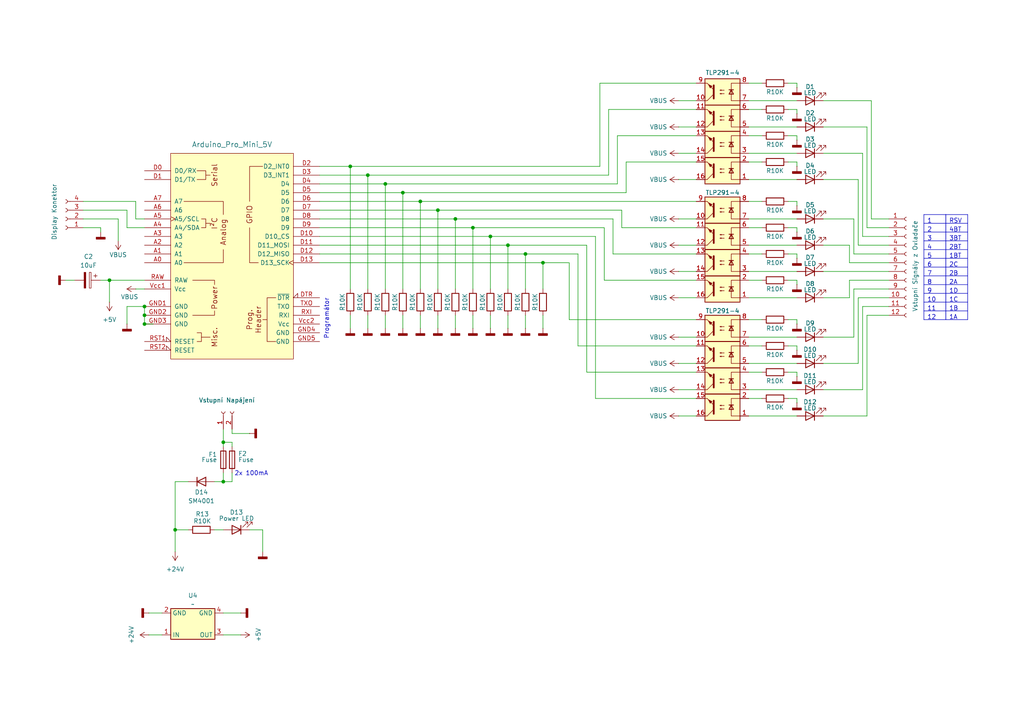
<source format=kicad_sch>
(kicad_sch (version 20250114) (generator "eeschema") (generator_version "9.0")
  (paper "A4")
  (text "Programátor\n" (at 94.742 92.456 90) (effects (font (size 1.27 1.27))))
  (text "2x 100mA" (at 72.898 137.414 0) (effects (font (size 1.27 1.27))))
  (junction (at 147.32 71.12))
  (junction (at 64.77 128.27))
  (junction (at 64.77 139.7))
  (junction (at 116.84 55.88))
  (junction (at 132.08 63.5))
  (junction (at 152.4 73.66))
  (junction (at 127 60.96))
  (junction (at 41.91 91.44))
  (junction (at 41.91 88.9))
  (junction (at 50.8 153.67))
  (junction (at 111.76 53.34))
  (junction (at 41.91 93.98))
  (junction (at 137.16 66.04))
  (junction (at 142.24 68.58))
  (junction (at 31.75 81.28))
  (junction (at 157.48 76.2))
  (junction (at 121.92 58.42))
  (junction (at 101.6 48.26))
  (junction (at 106.68 50.8))
  (wire (pts (xy 157.48 76.2) (xy 157.48 83.82)))
  (wire (pts (xy 142.24 68.58) (xy 142.24 83.82)))
  (wire (pts (xy 238.76 97.79) (xy 247.65 97.79)))
  (wire (pts (xy 231.14 46.99) (xy 231.14 48.26)))
  (wire (pts (xy 64.77 139.7) (xy 67.31 139.7)))
  (wire (pts (xy 196.85 97.79) (xy 201.93 97.79)))
  (wire (pts (xy 106.68 91.44) (xy 106.68 95.25)))
  (wire (pts (xy 41.91 91.44) (xy 41.91 93.98)))
  (wire (pts (xy 248.92 86.36) (xy 257.81 86.36)))
  (wire (pts (xy 137.16 66.04) (xy 175.26 66.04)))
  (wire (pts (xy 36.83 66.04) (xy 36.83 60.96)))
  (wire (pts (xy 121.92 58.42) (xy 201.93 58.42)))
  (wire (pts (xy 228.6 66.04) (xy 231.14 66.04)))
  (wire (pts (xy 101.6 48.26) (xy 101.6 83.82)))
  (wire (pts (xy 248.92 71.12) (xy 257.81 71.12)))
  (wire (pts (xy 92.71 53.34) (xy 111.76 53.34)))
  (wire (pts (xy 231.14 73.66) (xy 231.14 74.93)))
  (wire (pts (xy 147.32 91.44) (xy 147.32 95.25)))
  (wire (pts (xy 170.18 71.12) (xy 170.18 107.95)))
  (wire (pts (xy 173.99 24.13) (xy 201.93 24.13)))
  (wire (pts (xy 43.18 184.15) (xy 46.99 184.15)))
  (wire (pts (xy 251.46 120.65) (xy 251.46 91.44)))
  (wire (pts (xy 217.17 24.13) (xy 220.98 24.13)))
  (wire (pts (xy 92.71 58.42) (xy 121.92 58.42)))
  (wire (pts (xy 228.6 46.99) (xy 231.14 46.99)))
  (wire (pts (xy 132.08 63.5) (xy 132.08 83.82)))
  (wire (pts (xy 170.18 107.95) (xy 201.93 107.95)))
  (wire (pts (xy 181.61 55.88) (xy 181.61 46.99)))
  (wire (pts (xy 64.77 184.15) (xy 69.85 184.15)))
  (wire (pts (xy 196.85 78.74) (xy 201.93 78.74)))
  (wire (pts (xy 24.13 63.5) (xy 34.29 63.5)))
  (wire (pts (xy 24.13 66.04) (xy 29.21 66.04)))
  (wire (pts (xy 176.53 50.8) (xy 176.53 31.75)))
  (wire (pts (xy 217.17 97.79) (xy 231.14 97.79)))
  (wire (pts (xy 251.46 36.83) (xy 251.46 66.04)))
  (wire (pts (xy 180.34 60.96) (xy 180.34 66.04)))
  (wire (pts (xy 247.65 97.79) (xy 247.65 83.82)))
  (wire (pts (xy 196.85 120.65) (xy 201.93 120.65)))
  (wire (pts (xy 217.17 36.83) (xy 231.14 36.83)))
  (wire (pts (xy 127 60.96) (xy 180.34 60.96)))
  (wire (pts (xy 250.19 113.03) (xy 250.19 88.9)))
  (wire (pts (xy 228.6 115.57) (xy 231.14 115.57)))
  (wire (pts (xy 111.76 91.44) (xy 111.76 95.25)))
  (wire (pts (xy 64.77 128.27) (xy 67.31 128.27)))
  (wire (pts (xy 231.14 66.04) (xy 231.14 67.31)))
  (wire (pts (xy 217.17 105.41) (xy 231.14 105.41)))
  (wire (pts (xy 231.14 31.75) (xy 231.14 33.02)))
  (wire (pts (xy 217.17 73.66) (xy 220.98 73.66)))
  (wire (pts (xy 41.91 63.5) (xy 39.37 63.5)))
  (wire (pts (xy 217.17 29.21) (xy 231.14 29.21)))
  (wire (pts (xy 217.17 120.65) (xy 231.14 120.65)))
  (wire (pts (xy 50.8 153.67) (xy 54.61 153.67)))
  (wire (pts (xy 116.84 55.88) (xy 181.61 55.88)))
  (wire (pts (xy 62.23 139.7) (xy 64.77 139.7)))
  (wire (pts (xy 106.68 50.8) (xy 176.53 50.8)))
  (wire (pts (xy 157.48 91.44) (xy 157.48 95.25)))
  (wire (pts (xy 127 60.96) (xy 127 83.82)))
  (wire (pts (xy 111.76 53.34) (xy 179.07 53.34)))
  (wire (pts (xy 31.75 81.28) (xy 41.91 81.28)))
  (wire (pts (xy 39.37 63.5) (xy 39.37 58.42)))
  (wire (pts (xy 101.6 91.44) (xy 101.6 95.25)))
  (wire (pts (xy 67.31 128.27) (xy 67.31 129.54)))
  (wire (pts (xy 180.34 66.04) (xy 201.93 66.04)))
  (wire (pts (xy 147.32 83.82) (xy 147.32 71.12)))
  (wire (pts (xy 19.05 81.28) (xy 21.59 81.28)))
  (wire (pts (xy 127 91.44) (xy 127 95.25)))
  (wire (pts (xy 228.6 92.71) (xy 231.14 92.71)))
  (wire (pts (xy 43.18 177.8) (xy 46.99 177.8)))
  (wire (pts (xy 196.85 29.21) (xy 201.93 29.21)))
  (wire (pts (xy 181.61 46.99) (xy 201.93 46.99)))
  (wire (pts (xy 217.17 78.74) (xy 231.14 78.74)))
  (wire (pts (xy 92.71 68.58) (xy 142.24 68.58)))
  (wire (pts (xy 247.65 83.82) (xy 257.81 83.82)))
  (wire (pts (xy 92.71 50.8) (xy 106.68 50.8)))
  (wire (pts (xy 54.61 139.7) (xy 50.8 139.7)))
  (wire (pts (xy 238.76 113.03) (xy 250.19 113.03)))
  (wire (pts (xy 231.14 107.95) (xy 231.14 109.22)))
  (wire (pts (xy 238.76 36.83) (xy 251.46 36.83)))
  (wire (pts (xy 252.73 63.5) (xy 257.81 63.5)))
  (wire (pts (xy 228.6 81.28) (xy 231.14 81.28)))
  (wire (pts (xy 246.38 71.12) (xy 246.38 76.2)))
  (wire (pts (xy 196.85 36.83) (xy 201.93 36.83)))
  (wire (pts (xy 238.76 78.74) (xy 257.81 78.74)))
  (wire (pts (xy 217.17 86.36) (xy 231.14 86.36)))
  (wire (pts (xy 196.85 71.12) (xy 201.93 71.12)))
  (wire (pts (xy 36.83 88.9) (xy 41.91 88.9)))
  (wire (pts (xy 92.71 76.2) (xy 157.48 76.2)))
  (wire (pts (xy 228.6 107.95) (xy 231.14 107.95)))
  (wire (pts (xy 172.72 115.57) (xy 201.93 115.57)))
  (wire (pts (xy 36.83 60.96) (xy 24.13 60.96)))
  (wire (pts (xy 196.85 52.07) (xy 201.93 52.07)))
  (wire (pts (xy 172.72 68.58) (xy 172.72 115.57)))
  (wire (pts (xy 252.73 29.21) (xy 252.73 63.5)))
  (wire (pts (xy 116.84 91.44) (xy 116.84 95.25)))
  (wire (pts (xy 228.6 100.33) (xy 231.14 100.33)))
  (wire (pts (xy 167.64 73.66) (xy 167.64 100.33)))
  (wire (pts (xy 157.48 76.2) (xy 165.1 76.2)))
  (wire (pts (xy 173.99 48.26) (xy 173.99 24.13)))
  (wire (pts (xy 29.21 81.28) (xy 31.75 81.28)))
  (wire (pts (xy 217.17 92.71) (xy 220.98 92.71)))
  (wire (pts (xy 62.23 153.67) (xy 64.77 153.67)))
  (wire (pts (xy 231.14 24.13) (xy 228.6 24.13)))
  (wire (pts (xy 246.38 81.28) (xy 257.81 81.28)))
  (wire (pts (xy 67.31 125.73) (xy 67.31 124.46)))
  (wire (pts (xy 217.17 107.95) (xy 220.98 107.95)))
  (wire (pts (xy 41.91 93.98) (xy 44.45 93.98)))
  (wire (pts (xy 250.19 88.9) (xy 257.81 88.9)))
  (wire (pts (xy 147.32 71.12) (xy 170.18 71.12)))
  (wire (pts (xy 64.77 124.46) (xy 64.77 128.27)))
  (wire (pts (xy 165.1 76.2) (xy 165.1 92.71)))
  (wire (pts (xy 246.38 71.12) (xy 238.76 71.12)))
  (wire (pts (xy 196.85 44.45) (xy 201.93 44.45)))
  (wire (pts (xy 142.24 68.58) (xy 172.72 68.58)))
  (wire (pts (xy 92.71 55.88) (xy 116.84 55.88)))
  (wire (pts (xy 175.26 66.04) (xy 175.26 81.28)))
  (wire (pts (xy 121.92 83.82) (xy 121.92 58.42)))
  (wire (pts (xy 137.16 66.04) (xy 137.16 83.82)))
  (wire (pts (xy 231.14 81.28) (xy 231.14 82.55)))
  (wire (pts (xy 177.8 73.66) (xy 201.93 73.66)))
  (wire (pts (xy 64.77 139.7) (xy 64.77 137.16)))
  (wire (pts (xy 228.6 31.75) (xy 231.14 31.75)))
  (wire (pts (xy 92.71 48.26) (xy 101.6 48.26)))
  (wire (pts (xy 165.1 92.71) (xy 201.93 92.71)))
  (wire (pts (xy 196.85 63.5) (xy 201.93 63.5)))
  (wire (pts (xy 228.6 73.66) (xy 231.14 73.66)))
  (wire (pts (xy 179.07 53.34) (xy 179.07 39.37)))
  (wire (pts (xy 72.39 153.67) (xy 76.2 153.67)))
  (wire (pts (xy 217.17 66.04) (xy 220.98 66.04)))
  (wire (pts (xy 246.38 76.2) (xy 257.81 76.2)))
  (wire (pts (xy 251.46 91.44) (xy 257.81 91.44)))
  (wire (pts (xy 248.92 52.07) (xy 248.92 71.12)))
  (wire (pts (xy 247.65 63.5) (xy 247.65 73.66)))
  (wire (pts (xy 132.08 63.5) (xy 177.8 63.5)))
  (wire (pts (xy 177.8 63.5) (xy 177.8 73.66)))
  (wire (pts (xy 31.75 87.63) (xy 31.75 81.28)))
  (wire (pts (xy 132.08 91.44) (xy 132.08 95.25)))
  (wire (pts (xy 152.4 73.66) (xy 167.64 73.66)))
  (wire (pts (xy 217.17 81.28) (xy 220.98 81.28)))
  (wire (pts (xy 50.8 153.67) (xy 50.8 160.02)))
  (wire (pts (xy 217.17 39.37) (xy 220.98 39.37)))
  (wire (pts (xy 137.16 91.44) (xy 137.16 95.25)))
  (wire (pts (xy 196.85 86.36) (xy 201.93 86.36)))
  (wire (pts (xy 92.71 60.96) (xy 127 60.96)))
  (wire (pts (xy 228.6 58.42) (xy 231.14 58.42)))
  (wire (pts (xy 231.14 100.33) (xy 231.14 101.6)))
  (wire (pts (xy 101.6 48.26) (xy 173.99 48.26)))
  (wire (pts (xy 121.92 91.44) (xy 121.92 95.25)))
  (wire (pts (xy 92.71 71.12) (xy 147.32 71.12)))
  (wire (pts (xy 246.38 86.36) (xy 246.38 81.28)))
  (wire (pts (xy 217.17 63.5) (xy 231.14 63.5)))
  (wire (pts (xy 217.17 113.03) (xy 231.14 113.03)))
  (wire (pts (xy 238.76 120.65) (xy 251.46 120.65)))
  (wire (pts (xy 238.76 63.5) (xy 247.65 63.5)))
  (wire (pts (xy 179.07 39.37) (xy 201.93 39.37)))
  (wire (pts (xy 196.85 105.41) (xy 201.93 105.41)))
  (wire (pts (xy 152.4 91.44) (xy 152.4 95.25)))
  (wire (pts (xy 167.64 100.33) (xy 201.93 100.33)))
  (wire (pts (xy 196.85 113.03) (xy 201.93 113.03)))
  (wire (pts (xy 34.29 63.5) (xy 34.29 69.85)))
  (wire (pts (xy 247.65 73.66) (xy 257.81 73.66)))
  (wire (pts (xy 231.14 92.71) (xy 231.14 93.98)))
  (wire (pts (xy 64.77 177.8) (xy 69.85 177.8)))
  (wire (pts (xy 29.21 66.04) (xy 29.21 67.31)))
  (wire (pts (xy 41.91 88.9) (xy 41.91 91.44)))
  (wire (pts (xy 36.83 93.98) (xy 36.83 88.9)))
  (wire (pts (xy 231.14 115.57) (xy 231.14 116.84)))
  (wire (pts (xy 217.17 46.99) (xy 220.98 46.99)))
  (wire (pts (xy 76.2 153.67) (xy 76.2 160.02)))
  (wire (pts (xy 231.14 39.37) (xy 231.14 40.64)))
  (wire (pts (xy 116.84 55.88) (xy 116.84 83.82)))
  (wire (pts (xy 217.17 31.75) (xy 220.98 31.75)))
  (wire (pts (xy 92.71 73.66) (xy 152.4 73.66)))
  (wire (pts (xy 238.76 44.45) (xy 250.19 44.45)))
  (wire (pts (xy 238.76 29.21) (xy 252.73 29.21)))
  (wire (pts (xy 152.4 73.66) (xy 152.4 83.82)))
  (wire (pts (xy 250.19 68.58) (xy 257.81 68.58)))
  (wire (pts (xy 250.19 44.45) (xy 250.19 68.58)))
  (wire (pts (xy 72.39 125.73) (xy 67.31 125.73)))
  (wire (pts (xy 175.26 81.28) (xy 201.93 81.28)))
  (wire (pts (xy 92.71 66.04) (xy 137.16 66.04)))
  (wire (pts (xy 231.14 25.4) (xy 231.14 24.13)))
  (wire (pts (xy 217.17 100.33) (xy 220.98 100.33)))
  (wire (pts (xy 231.14 58.42) (xy 231.14 59.69)))
  (wire (pts (xy 238.76 52.07) (xy 248.92 52.07)))
  (wire (pts (xy 176.53 31.75) (xy 201.93 31.75)))
  (wire (pts (xy 92.71 63.5) (xy 132.08 63.5)))
  (wire (pts (xy 217.17 44.45) (xy 231.14 44.45)))
  (wire (pts (xy 106.68 50.8) (xy 106.68 83.82)))
  (wire (pts (xy 228.6 39.37) (xy 231.14 39.37)))
  (wire (pts (xy 64.77 129.54) (xy 64.77 128.27)))
  (wire (pts (xy 217.17 71.12) (xy 231.14 71.12)))
  (wire (pts (xy 39.37 83.82) (xy 41.91 83.82)))
  (wire (pts (xy 217.17 115.57) (xy 220.98 115.57)))
  (wire (pts (xy 67.31 139.7) (xy 67.31 137.16)))
  (wire (pts (xy 50.8 139.7) (xy 50.8 153.67)))
  (wire (pts (xy 238.76 86.36) (xy 246.38 86.36)))
  (wire (pts (xy 41.91 66.04) (xy 36.83 66.04)))
  (wire (pts (xy 39.37 58.42) (xy 24.13 58.42)))
  (wire (pts (xy 217.17 58.42) (xy 220.98 58.42)))
  (wire (pts (xy 217.17 52.07) (xy 231.14 52.07)))
  (wire (pts (xy 111.76 53.34) (xy 111.76 83.82)))
  (wire (pts (xy 248.92 105.41) (xy 248.92 86.36)))
  (wire (pts (xy 142.24 91.44) (xy 142.24 95.25)))
  (wire (pts (xy 251.46 66.04) (xy 257.81 66.04)))
  (wire (pts (xy 238.76 105.41) (xy 248.92 105.41)))
  (table (column_count 1) (border (external yes) (header yes)) (separators (rows yes) (cols yes)) (column_widths 6.35) (row_heights 2.54 2.54 2.54 2.54 2.54 2.54 2.54 2.54 2.54 2.54 2.54 2.54) (cells (table_cell "RSV" (at 274.32 62.23 0) (size 6.35 2.54) (margins 0.9525 0.9525 0.9525 0.9525) (span 1 1)) (table_cell "4BT" (at 274.32 64.77 0) (size 6.35 2.54) (margins 0.9525 0.9525 0.9525 0.9525) (span 1 1)) (table_cell "3BT" (at 274.32 67.31 0) (size 6.35 2.54) (margins 0.9525 0.9525 0.9525 0.9525) (span 1 1)) (table_cell "2BT" (at 274.32 69.85 0) (size 6.35 2.54) (margins 0.9525 0.9525 0.9525 0.9525) (span 1 1)) (table_cell "1BT" (at 274.32 72.39 0) (size 6.35 2.54) (margins 0.9525 0.9525 0.9525 0.9525) (span 1 1)) (table_cell "2C" (at 274.32 74.93 0) (size 6.35 2.54) (margins 0.9525 0.9525 0.9525 0.9525) (span 1 1)) (table_cell "2B" (at 274.32 77.47 0) (size 6.35 2.54) (margins 0.9525 0.9525 0.9525 0.9525) (span 1 1)) (table_cell "2A" (at 274.32 80.01 0) (size 6.35 2.54) (margins 0.9525 0.9525 0.9525 0.9525) (span 1 1)) (table_cell "1D" (at 274.32 82.55 0) (size 6.35 2.54) (margins 0.9525 0.9525 0.9525 0.9525) (span 1 1)) (table_cell "1C" (at 274.32 85.09 0) (size 6.35 2.54) (margins 0.9525 0.9525 0.9525 0.9525) (span 1 1)) (table_cell "1B" (at 274.32 87.63 0) (size 6.35 2.54) (margins 0.9525 0.9525 0.9525 0.9525) (span 1 1)) (table_cell "1A" (at 274.32 90.17 0) (size 6.35 2.54) (margins 0.9525 0.9525 0.9525 0.9525) (span 1 1))))
  (table (column_count 1) (border (external yes) (header yes)) (separators (rows yes) (cols yes)) (column_widths 6.35) (row_heights 2.54 2.54 2.54 2.54 2.54 2.54 2.54 2.54 2.54 2.54 2.54 2.54) (cells (table_cell "1" (at 267.97 62.23 0) (size 6.35 2.54) (margins 0.9525 0.9525 0.9525 0.9525) (span 1 1)) (table_cell "2" (at 267.97 64.77 0) (size 6.35 2.54) (margins 0.9525 0.9525 0.9525 0.9525) (span 1 1)) (table_cell "3" (at 267.97 67.31 0) (size 6.35 2.54) (margins 0.9525 0.9525 0.9525 0.9525) (span 1 1)) (table_cell "4" (at 267.97 69.85 0) (size 6.35 2.54) (margins 0.9525 0.9525 0.9525 0.9525) (span 1 1)) (table_cell "5" (at 267.97 72.39 0) (size 6.35 2.54) (margins 0.9525 0.9525 0.9525 0.9525) (span 1 1)) (table_cell "6" (at 267.97 74.93 0) (size 6.35 2.54) (margins 0.9525 0.9525 0.9525 0.9525) (span 1 1)) (table_cell "7" (at 267.97 77.47 0) (size 6.35 2.54) (margins 0.9525 0.9525 0.9525 0.9525) (span 1 1)) (table_cell "8" (at 267.97 80.01 0) (size 6.35 2.54) (margins 0.9525 0.9525 0.9525 0.9525) (span 1 1)) (table_cell "9" (at 267.97 82.55 0) (size 6.35 2.54) (margins 0.9525 0.9525 0.9525 0.9525) (span 1 1)) (table_cell "10" (at 267.97 85.09 0) (size 6.35 2.54) (margins 0.9525 0.9525 0.9525 0.9525) (span 1 1)) (table_cell "11" (at 267.97 87.63 0) (size 6.35 2.54) (margins 0.9525 0.9525 0.9525 0.9525) (span 1 1)) (table_cell "12" (at 267.97 90.17 0) (size 6.35 2.54) (margins 0.9525 0.9525 0.9525 0.9525) (span 1 1))))
  (symbol (lib_id "power:GNDD") (at 231.14 82.55 0) (unit 1)
    (property "Reference" "#PWR08" (effects (hide yes)))
    (property "Value" "GNDD" (effects (hide yes)))
    (property "Description" "Power symbol creates a global label with name \"GNDD\" , digital ground" (effects (hide yes)))
  )
  (symbol (lib_id "OwnLibrary:StepDown Inverter") (at 49.53 185.42 90) (unit 1)
    (property "Reference" "U4" (at 55.93 172.72 90))
    (property "Value" "~" (at 55.93 175.26 90))
    (property "Footprint" "OwnLibrary:StepDown_Module" (effects (hide yes)))
  )
  (symbol (lib_id "power:VBUS") (at 196.85 63.5 90) (unit 1)
    (property "Reference" "#PWR017" (effects (hide yes)))
    (property "Value" "VBUS" (at 193.548 63.5 90) (effects (justify left)))
    (property "Description" "Power symbol creates a global label with name \"VBUS\"" (effects (hide yes)))
  )
  (symbol (lib_id "power:VBUS") (at 196.85 113.03 90) (unit 1)
    (property "Reference" "#PWR023" (effects (hide yes)))
    (property "Value" "VBUS" (at 193.548 113.03 90) (effects (justify left)))
    (property "Description" "Power symbol creates a global label with name \"VBUS\"" (effects (hide yes)))
  )
  (symbol (lib_id "power:+5V") (at 31.75 87.63 180) (unit 1)
    (property "Reference" "#PWR033" (effects (hide yes)))
    (property "Value" "+5V" (at 31.75 92.71 0))
    (property "Description" "Power symbol creates a global label with name \"+5V\"" (effects (hide yes)))
  )
  (symbol (lib_id "Isolator:TLP291-4") (at 209.55 110.49 180) (unit 2)
    (property "Reference" "U3" (effects (hide yes)))
    (property "Value" "TLP291-4" (effects (hide yes)))
    (property "Footprint" "Package_SO:SOIC-16_4.55x10.3mm_P1.27mm" (effects (hide yes)))
    (property "Datasheet" "https://toshiba.semicon-storage.com/info/docget.jsp?did=12858&prodName=TLP291-4" (effects (hide yes)))
    (property "Description" "Quad DC Optocoupler, Vce 80V, CTR 50-100%, SOP16" (effects (hide yes)))
  )
  (symbol (lib_id "Device:R") (at 152.4 87.63 180) (unit 1)
    (property "Reference" "R24" (effects (hide yes)))
    (property "Value" "R10K" (at 150.114 87.63 90))
    (property "Footprint" "Resistor_SMD:R_0805_2012Metric" (effects (hide yes)))
    (property "Description" "Resistor" (effects (hide yes)))
  )
  (symbol (lib_id "power:VBUS") (at 196.85 29.21 90) (unit 1)
    (property "Reference" "#PWR013" (effects (hide yes)))
    (property "Value" "VBUS" (at 193.548 29.21 90) (effects (justify left)))
    (property "Description" "Power symbol creates a global label with name \"VBUS\"" (effects (hide yes)))
  )
  (symbol (lib_id "power:VBUS") (at 34.29 69.85 180) (unit 1)
    (property "Reference" "#PWR036" (effects (hide yes)))
    (property "Value" "VBUS" (at 36.83 73.914 0) (effects (justify left)))
    (property "Description" "Power symbol creates a global label with name \"VBUS\"" (effects (hide yes)))
  )
  (symbol (lib_id "power:VBUS") (at 39.37 83.82 90) (unit 1)
    (property "Reference" "#PWR028" (effects (hide yes)))
    (property "Value" "VBUS" (at 40.132 86.106 90) (effects (justify left)))
    (property "Description" "Power symbol creates a global label with name \"VBUS\"" (effects (hide yes)))
  )
  (symbol (lib_id "Device:R") (at 224.79 100.33 90) (unit 1)
    (property "Reference" "R10" (effects (hide yes)))
    (property "Value" "R10K" (at 224.79 102.87 90))
    (property "Footprint" "Resistor_SMD:R_1206_3216Metric" (effects (hide yes)))
    (property "Description" "Resistor" (effects (hide yes)))
  )
  (symbol (lib_id "Device:R") (at 224.79 92.71 90) (unit 1)
    (property "Reference" "R9" (effects (hide yes)))
    (property "Value" "R10K" (at 224.79 95.25 90))
    (property "Footprint" "Resistor_SMD:R_1206_3216Metric" (effects (hide yes)))
    (property "Description" "Resistor" (effects (hide yes)))
  )
  (symbol (lib_id "power:GNDD") (at 147.32 95.25 0) (unit 1)
    (property "Reference" "#PWR046" (effects (hide yes)))
    (property "Value" "GNDD" (effects (hide yes)))
    (property "Description" "Power symbol creates a global label with name \"GNDD\" , digital ground" (effects (hide yes)))
  )
  (symbol (lib_id "Device:LED") (at 234.95 63.5 180) (unit 1)
    (property "Reference" "D5" (at 234.95 59.436 0))
    (property "Value" "LED" (at 234.95 61.214 0))
    (property "Footprint" "LED_SMD:LED_0805_2012Metric" (effects (hide yes)))
    (property "Description" "Light emitting diode" (effects (hide yes)))
    (property "Sim.Pins" "1=K 2=A" (effects (hide yes)))
  )
  (symbol (lib_id "power:GNDD") (at 29.21 67.31 0) (unit 1)
    (property "Reference" "#PWR035" (effects (hide yes)))
    (property "Value" "GNDD" (effects (hide yes)))
    (property "Description" "Power symbol creates a global label with name \"GNDD\" , digital ground" (effects (hide yes)))
  )
  (symbol (lib_id "power:GNDD") (at 101.6 95.25 0) (unit 1)
    (property "Reference" "#PWR037" (effects (hide yes)))
    (property "Value" "GNDD" (effects (hide yes)))
    (property "Description" "Power symbol creates a global label with name \"GNDD\" , digital ground" (effects (hide yes)))
  )
  (symbol (lib_id "Device:R") (at 106.68 87.63 180) (unit 1)
    (property "Reference" "R15" (effects (hide yes)))
    (property "Value" "R10K" (at 104.394 87.63 90))
    (property "Footprint" "Resistor_SMD:R_0805_2012Metric" (effects (hide yes)))
    (property "Description" "Resistor" (effects (hide yes)))
  )
  (symbol (lib_id "Device:R") (at 224.79 24.13 90) (unit 1)
    (property "Reference" "R1" (effects (hide yes)))
    (property "Value" "R10K" (at 224.79 26.67 90))
    (property "Footprint" "Resistor_SMD:R_1206_3216Metric" (effects (hide yes)))
    (property "Description" "Resistor" (effects (hide yes)))
  )
  (symbol (lib_id "power:GNDD") (at 157.48 95.25 0) (unit 1)
    (property "Reference" "#PWR048" (effects (hide yes)))
    (property "Value" "GNDD" (effects (hide yes)))
    (property "Description" "Power symbol creates a global label with name \"GNDD\" , digital ground" (effects (hide yes)))
  )
  (symbol (lib_id "power:+24V") (at 43.18 184.15 90) (unit 1)
    (property "Reference" "#PWR029" (effects (hide yes)))
    (property "Value" "+24V" (at 38.1 184.15 0))
    (property "Description" "Power symbol creates a global label with name \"+24V\"" (effects (hide yes)))
  )
  (symbol (lib_id "Device:LED") (at 234.95 44.45 180) (unit 1)
    (property "Reference" "D3" (at 234.95 40.386 0))
    (property "Value" "LED" (at 234.95 42.164 0))
    (property "Footprint" "LED_SMD:LED_0805_2012Metric" (effects (hide yes)))
    (property "Description" "Light emitting diode" (effects (hide yes)))
    (property "Sim.Pins" "1=K 2=A" (effects (hide yes)))
  )
  (symbol (lib_id "Isolator:TLP291-4") (at 209.55 76.2 180) (unit 2)
    (property "Reference" "U2" (effects (hide yes)))
    (property "Value" "TLP291-4" (effects (hide yes)))
    (property "Footprint" "Package_SO:SOIC-16_4.55x10.3mm_P1.27mm" (effects (hide yes)))
    (property "Datasheet" "https://toshiba.semicon-storage.com/info/docget.jsp?did=12858&prodName=TLP291-4" (effects (hide yes)))
    (property "Description" "Quad DC Optocoupler, Vce 80V, CTR 50-100%, SOP16" (effects (hide yes)))
  )
  (symbol (lib_id "Device:LED") (at 234.95 71.12 180) (unit 1)
    (property "Reference" "D6" (at 234.95 67.056 0))
    (property "Value" "LED" (at 234.95 68.834 0))
    (property "Footprint" "LED_SMD:LED_0805_2012Metric" (effects (hide yes)))
    (property "Description" "Light emitting diode" (effects (hide yes)))
    (property "Sim.Pins" "1=K 2=A" (effects (hide yes)))
  )
  (symbol (lib_id "power:GNDD") (at 231.14 59.69 0) (unit 1)
    (property "Reference" "#PWR05" (effects (hide yes)))
    (property "Value" "GNDD" (effects (hide yes)))
    (property "Description" "Power symbol creates a global label with name \"GNDD\" , digital ground" (effects (hide yes)))
  )
  (symbol (lib_id "power:VBUS") (at 196.85 120.65 90) (unit 1)
    (property "Reference" "#PWR024" (effects (hide yes)))
    (property "Value" "VBUS" (at 193.548 120.65 90) (effects (justify left)))
    (property "Description" "Power symbol creates a global label with name \"VBUS\"" (effects (hide yes)))
  )
  (symbol (lib_id "Device:R") (at 137.16 87.63 180) (unit 1)
    (property "Reference" "R21" (effects (hide yes)))
    (property "Value" "R10K" (at 134.874 87.63 90))
    (property "Footprint" "Resistor_SMD:R_0805_2012Metric" (effects (hide yes)))
    (property "Description" "Resistor" (effects (hide yes)))
  )
  (symbol (lib_id "Connector:Conn_01x02_Socket") (at 64.77 119.38 90) (unit 1)
    (property "Reference" "J2" (effects (hide yes)))
    (property "Value" "Vstupní Napájení" (at 57.658 116.078 90) (effects (justify right)))
    (property "Footprint" "Connector_PinHeader_2.00mm:PinHeader_1x02_P2.00mm_Vertical" (effects (hide yes)))
    (property "Description" "Generic connector, single row, 01x02, script generated" (effects (hide yes)))
  )
  (symbol (lib_id "power:GNDD") (at 142.24 95.25 0) (unit 1)
    (property "Reference" "#PWR045" (effects (hide yes)))
    (property "Value" "GNDD" (effects (hide yes)))
    (property "Description" "Power symbol creates a global label with name \"GNDD\" , digital ground" (effects (hide yes)))
  )
  (symbol (lib_id "Isolator:TLP291-4") (at 209.55 68.58 180) (unit 3)
    (property "Reference" "U2" (effects (hide yes)))
    (property "Value" "TLP291-4" (effects (hide yes)))
    (property "Footprint" "Package_SO:SOIC-16_4.55x10.3mm_P1.27mm" (effects (hide yes)))
    (property "Datasheet" "https://toshiba.semicon-storage.com/info/docget.jsp?did=12858&prodName=TLP291-4" (effects (hide yes)))
    (property "Description" "Quad DC Optocoupler, Vce 80V, CTR 50-100%, SOP16" (effects (hide yes)))
  )
  (symbol (lib_id "Device:R") (at 224.79 107.95 90) (unit 1)
    (property "Reference" "R11" (effects (hide yes)))
    (property "Value" "R10K" (at 224.79 110.49 90))
    (property "Footprint" "Resistor_SMD:R_1206_3216Metric" (effects (hide yes)))
    (property "Description" "Resistor" (effects (hide yes)))
  )
  (symbol (lib_id "Device:LED") (at 234.95 36.83 180) (unit 1)
    (property "Reference" "D2" (at 234.95 32.766 0))
    (property "Value" "LED" (at 234.95 34.544 0))
    (property "Footprint" "LED_SMD:LED_0805_2012Metric" (effects (hide yes)))
    (property "Description" "Light emitting diode" (effects (hide yes)))
    (property "Sim.Pins" "1=K 2=A" (effects (hide yes)))
  )
  (symbol (lib_id "power:GNDD") (at 72.39 125.73 90) (unit 1)
    (property "Reference" "#PWR026" (effects (hide yes)))
    (property "Value" "GNDD" (effects (hide yes)))
    (property "Description" "Power symbol creates a global label with name \"GNDD\" , digital ground" (effects (hide yes)))
  )
  (symbol (lib_id "power:GNDD") (at 231.14 33.02 0) (unit 1)
    (property "Reference" "#PWR02" (effects (hide yes)))
    (property "Value" "GNDD" (effects (hide yes)))
    (property "Description" "Power symbol creates a global label with name \"GNDD\" , digital ground" (effects (hide yes)))
  )
  (symbol (lib_id "power:GNDD") (at 231.14 116.84 0) (unit 1)
    (property "Reference" "#PWR012" (effects (hide yes)))
    (property "Value" "GNDD" (effects (hide yes)))
    (property "Description" "Power symbol creates a global label with name \"GNDD\" , digital ground" (effects (hide yes)))
  )
  (symbol (lib_id "Device:R") (at 142.24 87.63 180) (unit 1)
    (property "Reference" "R22" (effects (hide yes)))
    (property "Value" "R10K" (at 139.954 87.63 90))
    (property "Footprint" "Resistor_SMD:R_0805_2012Metric" (effects (hide yes)))
    (property "Description" "Resistor" (effects (hide yes)))
  )
  (symbol (lib_id "power:GNDD") (at 111.76 95.25 0) (unit 1)
    (property "Reference" "#PWR039" (effects (hide yes)))
    (property "Value" "GNDD" (effects (hide yes)))
    (property "Description" "Power symbol creates a global label with name \"GNDD\" , digital ground" (effects (hide yes)))
  )
  (symbol (lib_id "Device:LED") (at 234.95 120.65 180) (unit 1)
    (property "Reference" "D12" (at 234.95 116.586 0))
    (property "Value" "LED" (at 234.95 118.364 0))
    (property "Footprint" "LED_SMD:LED_0805_2012Metric" (effects (hide yes)))
    (property "Description" "Light emitting diode" (effects (hide yes)))
    (property "Sim.Pins" "1=K 2=A" (effects (hide yes)))
  )
  (symbol (lib_id "Device:R") (at 127 87.63 180) (unit 1)
    (property "Reference" "R19" (effects (hide yes)))
    (property "Value" "R10K" (at 124.714 87.63 90))
    (property "Footprint" "Resistor_SMD:R_0805_2012Metric" (effects (hide yes)))
    (property "Description" "Resistor" (effects (hide yes)))
  )
  (symbol (lib_id "Device:R") (at 111.76 87.63 180) (unit 1)
    (property "Reference" "R16" (effects (hide yes)))
    (property "Value" "R10K" (at 109.474 87.63 90))
    (property "Footprint" "Resistor_SMD:R_0805_2012Metric" (effects (hide yes)))
    (property "Description" "Resistor" (effects (hide yes)))
  )
  (symbol (lib_id "power:GNDD") (at 121.92 95.25 0) (unit 1)
    (property "Reference" "#PWR041" (effects (hide yes)))
    (property "Value" "GNDD" (effects (hide yes)))
    (property "Description" "Power symbol creates a global label with name \"GNDD\" , digital ground" (effects (hide yes)))
  )
  (symbol (lib_id "power:GNDD") (at 19.05 81.28 270) (unit 1)
    (property "Reference" "#PWR034" (effects (hide yes)))
    (property "Value" "GNDD" (effects (hide yes)))
    (property "Description" "Power symbol creates a global label with name \"GNDD\" , digital ground" (effects (hide yes)))
  )
  (symbol (lib_id "power:GNDD") (at 76.2 160.02 0) (unit 1)
    (property "Reference" "#PWR027" (effects (hide yes)))
    (property "Value" "GNDD" (effects (hide yes)))
    (property "Description" "Power symbol creates a global label with name \"GNDD\" , digital ground" (effects (hide yes)))
  )
  (symbol (lib_id "Device:R") (at 224.79 46.99 90) (unit 1)
    (property "Reference" "R4" (effects (hide yes)))
    (property "Value" "R10K" (at 224.79 49.53 90))
    (property "Footprint" "Resistor_SMD:R_1206_3216Metric" (effects (hide yes)))
    (property "Description" "Resistor" (effects (hide yes)))
  )
  (symbol (lib_id "power:VBUS") (at 196.85 71.12 90) (unit 1)
    (property "Reference" "#PWR018" (effects (hide yes)))
    (property "Value" "VBUS" (at 193.548 71.12 90) (effects (justify left)))
    (property "Description" "Power symbol creates a global label with name \"VBUS\"" (effects (hide yes)))
  )
  (symbol (lib_id "power:VBUS") (at 196.85 36.83 90) (unit 1)
    (property "Reference" "#PWR014" (effects (hide yes)))
    (property "Value" "VBUS" (at 193.548 36.83 90) (effects (justify left)))
    (property "Description" "Power symbol creates a global label with name \"VBUS\"" (effects (hide yes)))
  )
  (symbol (lib_id "Isolator:TLP291-4") (at 209.55 41.91 180) (unit 2)
    (property "Reference" "U1" (effects (hide yes)))
    (property "Value" "TLP291-4" (effects (hide yes)))
    (property "Footprint" "Package_SO:SOIC-16_4.55x10.3mm_P1.27mm" (effects (hide yes)))
    (property "Datasheet" "https://toshiba.semicon-storage.com/info/docget.jsp?did=12858&prodName=TLP291-4" (effects (hide yes)))
    (property "Description" "Quad DC Optocoupler, Vce 80V, CTR 50-100%, SOP16" (effects (hide yes)))
  )
  (symbol (lib_id "Device:LED") (at 234.95 105.41 180) (unit 1)
    (property "Reference" "D10" (at 234.95 101.346 0))
    (property "Value" "LED" (at 234.95 103.124 0))
    (property "Footprint" "LED_SMD:LED_0805_2012Metric" (effects (hide yes)))
    (property "Description" "Light emitting diode" (effects (hide yes)))
    (property "Sim.Pins" "1=K 2=A" (effects (hide yes)))
  )
  (symbol (lib_id "Device:R") (at 101.6 87.63 180) (unit 1)
    (property "Reference" "R14" (effects (hide yes)))
    (property "Value" "R10K" (at 99.314 87.63 90))
    (property "Footprint" "Resistor_SMD:R_0805_2012Metric" (effects (hide yes)))
    (property "Description" "Resistor" (effects (hide yes)))
  )
  (symbol (lib_id "Device:R") (at 116.84 87.63 180) (unit 1)
    (property "Reference" "R17" (effects (hide yes)))
    (property "Value" "R10K" (at 114.554 87.63 90))
    (property "Footprint" "Resistor_SMD:R_0805_2012Metric" (effects (hide yes)))
    (property "Description" "Resistor" (effects (hide yes)))
  )
  (symbol (lib_id "Device:R") (at 121.92 87.63 180) (unit 1)
    (property "Reference" "R18" (effects (hide yes)))
    (property "Value" "R10K" (at 119.634 87.63 90))
    (property "Footprint" "Resistor_SMD:R_0805_2012Metric" (effects (hide yes)))
    (property "Description" "Resistor" (effects (hide yes)))
  )
  (symbol (lib_id "power:VBUS") (at 196.85 86.36 90) (unit 1)
    (property "Reference" "#PWR020" (effects (hide yes)))
    (property "Value" "VBUS" (at 193.548 86.36 90) (effects (justify left)))
    (property "Description" "Power symbol creates a global label with name \"VBUS\"" (effects (hide yes)))
  )
  (symbol (lib_id "Device:C_Polarized") (at 25.4 81.28 270) (unit 1)
    (property "Reference" "C2" (at 25.654 74.422 90))
    (property "Value" "10uF" (at 25.654 76.962 90))
    (property "Footprint" "Capacitor_THT:CP_Radial_D5.0mm_P2.50mm" (effects (hide yes)))
    (property "Description" "Polarized capacitor" (effects (hide yes)))
  )
  (symbol (lib_id "Isolator:TLP291-4") (at 209.55 26.67 180) (unit 4)
    (property "Reference" "U1" (effects (hide yes)))
    (property "Value" "TLP291-4" (effects (hide yes)))
    (property "Footprint" "Package_SO:SOIC-16_4.55x10.3mm_P1.27mm" (effects (hide yes)))
    (property "Datasheet" "https://toshiba.semicon-storage.com/info/docget.jsp?did=12858&prodName=TLP291-4" (effects (hide yes)))
    (property "Description" "Quad DC Optocoupler, Vce 80V, CTR 50-100%, SOP16" (effects (hide yes)))
  )
  (symbol (lib_id "Device:Fuse") (at 64.77 133.35 0) (unit 1)
    (property "Reference" "F1" (at 60.452 131.826 0) (effects (justify left)))
    (property "Value" "Fuse" (at 58.42 133.35 0) (effects (justify left)))
    (property "Footprint" "Fuse:Fuse_1206_3216Metric" (effects (hide yes)))
    (property "Description" "Fuse" (effects (hide yes)))
  )
  (symbol (lib_id "power:VBUS") (at 196.85 78.74 90) (unit 1)
    (property "Reference" "#PWR019" (effects (hide yes)))
    (property "Value" "VBUS" (at 193.548 78.74 90) (effects (justify left)))
    (property "Description" "Power symbol creates a global label with name \"VBUS\"" (effects (hide yes)))
  )
  (symbol (lib_id "power:GNDD") (at 231.14 25.4 0) (unit 1)
    (property "Reference" "#PWR01" (effects (hide yes)))
    (property "Value" "GNDD" (effects (hide yes)))
    (property "Description" "Power symbol creates a global label with name \"GNDD\" , digital ground" (effects (hide yes)))
  )
  (symbol (lib_id "Isolator:TLP291-4") (at 209.55 83.82 180) (unit 1)
    (property "Reference" "U2" (effects (hide yes)))
    (property "Value" "TLP291-4" (at 209.55 55.88 0))
    (property "Footprint" "Package_SO:SOIC-16_4.55x10.3mm_P1.27mm" (effects (hide yes)))
    (property "Datasheet" "https://toshiba.semicon-storage.com/info/docget.jsp?did=12858&prodName=TLP291-4" (effects (hide yes)))
    (property "Description" "Quad DC Optocoupler, Vce 80V, CTR 50-100%, SOP16" (effects (hide yes)))
  )
  (symbol (lib_id "power:GNDD") (at 43.18 177.8 270) (unit 1)
    (property "Reference" "#PWR030" (effects (hide yes)))
    (property "Value" "GNDD" (effects (hide yes)))
    (property "Description" "Power symbol creates a global label with name \"GNDD\" , digital ground" (effects (hide yes)))
  )
  (symbol (lib_id "arduino-library:Arduino_Pro_Mini_Socket") (at 67.31 74.93 0) (unit 1)
    (property "Reference" "A2" (effects (hide yes)))
    (property "Value" "Arduino_Pro_Mini_5V" (at 67.31 41.91 0) (effects (font (size 1.524 1.524))))
    (property "Footprint" "arduino-library:Clone_Pro_Mini_Socket_NoSPH" (effects (hide yes)))
    (property "Datasheet" "https://docs.arduino.cc/retired/boards/arduino-pro-mini" (effects (hide yes)))
    (property "Description" "Socket for Arduino Pro Mini" (effects (hide yes)))
  )
  (symbol (lib_id "power:GNDD") (at 132.08 95.25 0) (unit 1)
    (property "Reference" "#PWR043" (effects (hide yes)))
    (property "Value" "GNDD" (effects (hide yes)))
    (property "Description" "Power symbol creates a global label with name \"GNDD\" , digital ground" (effects (hide yes)))
  )
  (symbol (lib_id "Device:LED") (at 234.95 52.07 180) (unit 1)
    (property "Reference" "D4" (at 234.95 48.006 0))
    (property "Value" "LED" (at 234.95 49.784 0))
    (property "Footprint" "LED_SMD:LED_0805_2012Metric" (effects (hide yes)))
    (property "Description" "Light emitting diode" (effects (hide yes)))
    (property "Sim.Pins" "1=K 2=A" (effects (hide yes)))
  )
  (symbol (lib_id "Device:R") (at 224.79 81.28 90) (unit 1)
    (property "Reference" "R8" (effects (hide yes)))
    (property "Value" "R10K" (at 224.79 83.82 90))
    (property "Footprint" "Resistor_SMD:R_1206_3216Metric" (effects (hide yes)))
    (property "Description" "Resistor" (effects (hide yes)))
  )
  (symbol (lib_id "Device:R") (at 224.79 39.37 90) (unit 1)
    (property "Reference" "R3" (effects (hide yes)))
    (property "Value" "R10K" (at 224.79 41.91 90))
    (property "Footprint" "Resistor_SMD:R_1206_3216Metric" (effects (hide yes)))
    (property "Description" "Resistor" (effects (hide yes)))
  )
  (symbol (lib_id "power:GNDD") (at 127 95.25 0) (unit 1)
    (property "Reference" "#PWR042" (effects (hide yes)))
    (property "Value" "GNDD" (effects (hide yes)))
    (property "Description" "Power symbol creates a global label with name \"GNDD\" , digital ground" (effects (hide yes)))
  )
  (symbol (lib_id "power:GNDD") (at 69.85 177.8 90) (unit 1)
    (property "Reference" "#PWR031" (effects (hide yes)))
    (property "Value" "GNDD" (effects (hide yes)))
    (property "Description" "Power symbol creates a global label with name \"GNDD\" , digital ground" (effects (hide yes)))
  )
  (symbol (lib_id "Device:Fuse") (at 67.31 133.35 0) (unit 1)
    (property "Reference" "F2" (at 69.088 131.572 0) (effects (justify left)))
    (property "Value" "Fuse" (at 69.088 133.35 0) (effects (justify left)))
    (property "Footprint" "Fuse:Fuse_1206_3216Metric" (effects (hide yes)))
    (property "Description" "Fuse" (effects (hide yes)))
  )
  (symbol (lib_id "power:GNDD") (at 36.83 93.98 0) (unit 1)
    (property "Reference" "#PWR049" (effects (hide yes)))
    (property "Value" "GNDD" (effects (hide yes)))
    (property "Description" "Power symbol creates a global label with name \"GNDD\" , digital ground" (effects (hide yes)))
  )
  (symbol (lib_id "Device:LED") (at 234.95 97.79 180) (unit 1)
    (property "Reference" "D9" (at 234.95 93.726 0))
    (property "Value" "LED" (at 234.95 95.504 0))
    (property "Footprint" "LED_SMD:LED_0805_2012Metric" (effects (hide yes)))
    (property "Description" "Light emitting diode" (effects (hide yes)))
    (property "Sim.Pins" "1=K 2=A" (effects (hide yes)))
  )
  (symbol (lib_id "Isolator:TLP291-4") (at 209.55 60.96 180) (unit 4)
    (property "Reference" "U2" (effects (hide yes)))
    (property "Value" "TLP291-4" (effects (hide yes)))
    (property "Footprint" "Package_SO:SOIC-16_4.55x10.3mm_P1.27mm" (effects (hide yes)))
    (property "Datasheet" "https://toshiba.semicon-storage.com/info/docget.jsp?did=12858&prodName=TLP291-4" (effects (hide yes)))
    (property "Description" "Quad DC Optocoupler, Vce 80V, CTR 50-100%, SOP16" (effects (hide yes)))
  )
  (symbol (lib_id "power:GNDD") (at 231.14 109.22 0) (unit 1)
    (property "Reference" "#PWR011" (effects (hide yes)))
    (property "Value" "GNDD" (effects (hide yes)))
    (property "Description" "Power symbol creates a global label with name \"GNDD\" , digital ground" (effects (hide yes)))
  )
  (symbol (lib_id "Device:R") (at 147.32 87.63 180) (unit 1)
    (property "Reference" "R23" (effects (hide yes)))
    (property "Value" "R10K" (at 145.034 87.63 90))
    (property "Footprint" "Resistor_SMD:R_0805_2012Metric" (effects (hide yes)))
    (property "Description" "Resistor" (effects (hide yes)))
  )
  (symbol (lib_id "Device:LED") (at 234.95 29.21 180) (unit 1)
    (property "Reference" "D1" (at 234.95 25.146 0))
    (property "Value" "LED" (at 234.95 26.924 0))
    (property "Footprint" "LED_SMD:LED_0805_2012Metric" (effects (hide yes)))
    (property "Description" "Light emitting diode" (effects (hide yes)))
    (property "Sim.Pins" "1=K 2=A" (effects (hide yes)))
  )
  (symbol (lib_id "Isolator:TLP291-4") (at 209.55 49.53 180) (unit 1)
    (property "Reference" "U1" (effects (hide yes)))
    (property "Value" "TLP291-4" (at 209.55 21.082 0))
    (property "Footprint" "Package_SO:SOIC-16_4.55x10.3mm_P1.27mm" (effects (hide yes)))
    (property "Datasheet" "https://toshiba.semicon-storage.com/info/docget.jsp?did=12858&prodName=TLP291-4" (effects (hide yes)))
    (property "Description" "Quad DC Optocoupler, Vce 80V, CTR 50-100%, SOP16" (effects (hide yes)))
  )
  (symbol (lib_id "power:GNDD") (at 152.4 95.25 0) (unit 1)
    (property "Reference" "#PWR047" (effects (hide yes)))
    (property "Value" "GNDD" (effects (hide yes)))
    (property "Description" "Power symbol creates a global label with name \"GNDD\" , digital ground" (effects (hide yes)))
  )
  (symbol (lib_id "power:GNDD") (at 231.14 74.93 0) (unit 1)
    (property "Reference" "#PWR07" (effects (hide yes)))
    (property "Value" "GNDD" (effects (hide yes)))
    (property "Description" "Power symbol creates a global label with name \"GNDD\" , digital ground" (effects (hide yes)))
  )
  (symbol (lib_id "Isolator:TLP291-4") (at 209.55 95.25 180) (unit 4)
    (property "Reference" "U3" (effects (hide yes)))
    (property "Value" "TLP291-4" (effects (hide yes)))
    (property "Footprint" "Package_SO:SOIC-16_4.55x10.3mm_P1.27mm" (effects (hide yes)))
    (property "Datasheet" "https://toshiba.semicon-storage.com/info/docget.jsp?did=12858&prodName=TLP291-4" (effects (hide yes)))
    (property "Description" "Quad DC Optocoupler, Vce 80V, CTR 50-100%, SOP16" (effects (hide yes)))
  )
  (symbol (lib_id "power:GNDD") (at 137.16 95.25 0) (unit 1)
    (property "Reference" "#PWR044" (effects (hide yes)))
    (property "Value" "GNDD" (effects (hide yes)))
    (property "Description" "Power symbol creates a global label with name \"GNDD\" , digital ground" (effects (hide yes)))
  )
  (symbol (lib_id "Connector:Conn_01x12_Socket") (at 262.89 76.2 0) (unit 1)
    (property "Reference" "J1" (effects (hide yes)))
    (property "Value" "Vstupní Signály z Ovladače" (at 265.43 90.424 90) (effects (justify left)))
    (property "Footprint" "Connector_PinHeader_2.54mm:PinHeader_1x12_P2.54mm_Vertical" (effects (hide yes)))
    (property "Description" "Generic connector, single row, 01x12, script generated" (effects (hide yes)))
  )
  (symbol (lib_id "power:GNDD") (at 116.84 95.25 0) (unit 1)
    (property "Reference" "#PWR040" (effects (hide yes)))
    (property "Value" "GNDD" (effects (hide yes)))
    (property "Description" "Power symbol creates a global label with name \"GNDD\" , digital ground" (effects (hide yes)))
  )
  (symbol (lib_id "Diode:SM4001") (at 58.42 139.7 0) (unit 1)
    (property "Reference" "D14" (at 58.42 142.748 0))
    (property "Value" "SM4001" (at 58.42 145.288 0))
    (property "Footprint" "Diode_SMD:D_MELF" (effects (hide yes)))
    (property "Datasheet" "http://cdn-reichelt.de/documents/datenblatt/A400/SMD1N400%23DIO.pdf" (effects (hide yes)))
    (property "Description" "50V 1A General Purpose Rectifier Diode, MELF" (effects (hide yes)))
    (property "Sim.Device" "D" (effects (hide yes)))
    (property "Sim.Pins" "1=K 2=A" (effects (hide yes)))
  )
  (symbol (lib_id "power:GNDD") (at 231.14 67.31 0) (unit 1)
    (property "Reference" "#PWR06" (effects (hide yes)))
    (property "Value" "GNDD" (effects (hide yes)))
    (property "Description" "Power symbol creates a global label with name \"GNDD\" , digital ground" (effects (hide yes)))
  )
  (symbol (lib_id "Device:R") (at 58.42 153.67 90) (unit 1)
    (property "Reference" "R13" (at 58.674 149.098 90))
    (property "Value" "R10K" (at 58.674 151.13 90))
    (property "Footprint" "Resistor_SMD:R_0805_2012Metric" (effects (hide yes)))
    (property "Description" "Resistor" (effects (hide yes)))
  )
  (symbol (lib_id "Device:R") (at 224.79 31.75 90) (unit 1)
    (property "Reference" "R2" (effects (hide yes)))
    (property "Value" "R10K" (at 224.79 34.29 90))
    (property "Footprint" "Resistor_SMD:R_1206_3216Metric" (effects (hide yes)))
    (property "Description" "Resistor" (effects (hide yes)))
  )
  (symbol (lib_id "power:VBUS") (at 196.85 97.79 90) (unit 1)
    (property "Reference" "#PWR021" (effects (hide yes)))
    (property "Value" "VBUS" (at 193.548 97.79 90) (effects (justify left)))
    (property "Description" "Power symbol creates a global label with name \"VBUS\"" (effects (hide yes)))
  )
  (symbol (lib_id "Device:R") (at 224.79 73.66 90) (unit 1)
    (property "Reference" "R7" (effects (hide yes)))
    (property "Value" "R10K" (at 224.79 76.2 90))
    (property "Footprint" "Resistor_SMD:R_1206_3216Metric" (effects (hide yes)))
    (property "Description" "Resistor" (effects (hide yes)))
  )
  (symbol (lib_id "power:VBUS") (at 196.85 52.07 90) (unit 1)
    (property "Reference" "#PWR016" (effects (hide yes)))
    (property "Value" "VBUS" (at 193.548 52.07 90) (effects (justify left)))
    (property "Description" "Power symbol creates a global label with name \"VBUS\"" (effects (hide yes)))
  )
  (symbol (lib_id "Device:R") (at 132.08 87.63 180) (unit 1)
    (property "Reference" "R20" (effects (hide yes)))
    (property "Value" "R10K" (at 129.794 87.63 90))
    (property "Footprint" "Resistor_SMD:R_0805_2012Metric" (effects (hide yes)))
    (property "Description" "Resistor" (effects (hide yes)))
  )
  (symbol (lib_id "Device:R") (at 224.79 66.04 90) (unit 1)
    (property "Reference" "R6" (effects (hide yes)))
    (property "Value" "R10K" (at 224.79 68.58 90))
    (property "Footprint" "Resistor_SMD:R_1206_3216Metric" (effects (hide yes)))
    (property "Description" "Resistor" (effects (hide yes)))
  )
  (symbol (lib_id "power:VBUS") (at 196.85 105.41 90) (unit 1)
    (property "Reference" "#PWR022" (effects (hide yes)))
    (property "Value" "VBUS" (at 193.548 105.41 90) (effects (justify left)))
    (property "Description" "Power symbol creates a global label with name \"VBUS\"" (effects (hide yes)))
  )
  (symbol (lib_id "power:GNDD") (at 231.14 40.64 0) (unit 1)
    (property "Reference" "#PWR03" (effects (hide yes)))
    (property "Value" "GNDD" (effects (hide yes)))
    (property "Description" "Power symbol creates a global label with name \"GNDD\" , digital ground" (effects (hide yes)))
  )
  (symbol (lib_id "Isolator:TLP291-4") (at 209.55 102.87 180) (unit 3)
    (property "Reference" "U3" (effects (hide yes)))
    (property "Value" "TLP291-4" (effects (hide yes)))
    (property "Footprint" "Package_SO:SOIC-16_4.55x10.3mm_P1.27mm" (effects (hide yes)))
    (property "Datasheet" "https://toshiba.semicon-storage.com/info/docget.jsp?did=12858&prodName=TLP291-4" (effects (hide yes)))
    (property "Description" "Quad DC Optocoupler, Vce 80V, CTR 50-100%, SOP16" (effects (hide yes)))
  )
  (symbol (lib_id "power:GNDD") (at 231.14 101.6 0) (unit 1)
    (property "Reference" "#PWR010" (effects (hide yes)))
    (property "Value" "GNDD" (effects (hide yes)))
    (property "Description" "Power symbol creates a global label with name \"GNDD\" , digital ground" (effects (hide yes)))
  )
  (symbol (lib_id "Device:R") (at 224.79 58.42 90) (unit 1)
    (property "Reference" "R5" (effects (hide yes)))
    (property "Value" "R10K" (at 224.79 60.96 90))
    (property "Footprint" "Resistor_SMD:R_1206_3216Metric" (effects (hide yes)))
    (property "Description" "Resistor" (effects (hide yes)))
  )
  (symbol (lib_id "Connector:Conn_01x04_Socket") (at 19.05 63.5 180) (unit 1)
    (property "Reference" "J3" (effects (hide yes)))
    (property "Value" "Display Konektor" (at 15.748 61.468 90))
    (property "Footprint" "Connector_PinHeader_1.00mm:PinHeader_1x04_P1.00mm_Vertical" (effects (hide yes)))
    (property "Description" "Generic connector, single row, 01x04, script generated" (effects (hide yes)))
  )
  (symbol (lib_id "Isolator:TLP291-4") (at 209.55 34.29 180) (unit 3)
    (property "Reference" "U1" (effects (hide yes)))
    (property "Value" "TLP291-4" (effects (hide yes)))
    (property "Footprint" "Package_SO:SOIC-16_4.55x10.3mm_P1.27mm" (effects (hide yes)))
    (property "Datasheet" "https://toshiba.semicon-storage.com/info/docget.jsp?did=12858&prodName=TLP291-4" (effects (hide yes)))
    (property "Description" "Quad DC Optocoupler, Vce 80V, CTR 50-100%, SOP16" (effects (hide yes)))
  )
  (symbol (lib_id "power:+5V") (at 69.85 184.15 270) (unit 1)
    (property "Reference" "#PWR032" (effects (hide yes)))
    (property "Value" "+5V" (at 74.93 184.15 0))
    (property "Description" "Power symbol creates a global label with name \"+5V\"" (effects (hide yes)))
  )
  (symbol (lib_id "Isolator:TLP291-4") (at 209.55 118.11 180) (unit 1)
    (property "Reference" "U3" (effects (hide yes)))
    (property "Value" "TLP291-4" (at 209.55 90.17 0))
    (property "Footprint" "Package_SO:SOIC-16_4.55x10.3mm_P1.27mm" (effects (hide yes)))
    (property "Datasheet" "https://toshiba.semicon-storage.com/info/docget.jsp?did=12858&prodName=TLP291-4" (effects (hide yes)))
    (property "Description" "Quad DC Optocoupler, Vce 80V, CTR 50-100%, SOP16" (effects (hide yes)))
  )
  (symbol (lib_id "Device:LED") (at 234.95 78.74 180) (unit 1)
    (property "Reference" "D7" (at 234.95 74.676 0))
    (property "Value" "LED" (at 234.95 76.454 0))
    (property "Footprint" "LED_SMD:LED_0805_2012Metric" (effects (hide yes)))
    (property "Description" "Light emitting diode" (effects (hide yes)))
    (property "Sim.Pins" "1=K 2=A" (effects (hide yes)))
  )
  (symbol (lib_id "power:+24V") (at 50.8 160.02 180) (unit 1)
    (property "Reference" "#PWR025" (effects (hide yes)))
    (property "Value" "+24V" (at 50.8 165.1 0))
    (property "Description" "Power symbol creates a global label with name \"+24V\"" (effects (hide yes)))
  )
  (symbol (lib_id "Device:R") (at 157.48 87.63 180) (unit 1)
    (property "Reference" "R25" (effects (hide yes)))
    (property "Value" "R10K" (at 155.194 87.63 90))
    (property "Footprint" "Resistor_SMD:R_0805_2012Metric" (effects (hide yes)))
    (property "Description" "Resistor" (effects (hide yes)))
  )
  (symbol (lib_id "Device:LED") (at 234.95 86.36 180) (unit 1)
    (property "Reference" "D8" (at 234.95 82.296 0))
    (property "Value" "LED" (at 234.95 84.074 0))
    (property "Footprint" "LED_SMD:LED_0805_2012Metric" (effects (hide yes)))
    (property "Description" "Light emitting diode" (effects (hide yes)))
    (property "Sim.Pins" "1=K 2=A" (effects (hide yes)))
  )
  (symbol (lib_id "Device:LED") (at 234.95 113.03 180) (unit 1)
    (property "Reference" "D11" (at 234.95 108.966 0))
    (property "Value" "LED" (at 234.95 110.744 0))
    (property "Footprint" "LED_SMD:LED_0805_2012Metric" (effects (hide yes)))
    (property "Description" "Light emitting diode" (effects (hide yes)))
    (property "Sim.Pins" "1=K 2=A" (effects (hide yes)))
  )
  (symbol (lib_id "power:VBUS") (at 196.85 44.45 90) (unit 1)
    (property "Reference" "#PWR015" (effects (hide yes)))
    (property "Value" "VBUS" (at 193.548 44.45 90) (effects (justify left)))
    (property "Description" "Power symbol creates a global label with name \"VBUS\"" (effects (hide yes)))
  )
  (symbol (lib_id "power:GNDD") (at 231.14 93.98 0) (unit 1)
    (property "Reference" "#PWR09" (effects (hide yes)))
    (property "Value" "GNDD" (effects (hide yes)))
    (property "Description" "Power symbol creates a global label with name \"GNDD\" , digital ground" (effects (hide yes)))
  )
  (symbol (lib_id "power:GNDD") (at 106.68 95.25 0) (unit 1)
    (property "Reference" "#PWR038" (effects (hide yes)))
    (property "Value" "GNDD" (effects (hide yes)))
    (property "Description" "Power symbol creates a global label with name \"GNDD\" , digital ground" (effects (hide yes)))
  )
  (symbol (lib_id "power:GNDD") (at 231.14 48.26 0) (unit 1)
    (property "Reference" "#PWR04" (effects (hide yes)))
    (property "Value" "GNDD" (effects (hide yes)))
    (property "Description" "Power symbol creates a global label with name \"GNDD\" , digital ground" (effects (hide yes)))
  )
  (symbol (lib_id "Device:LED") (at 68.58 153.67 180) (unit 1)
    (property "Reference" "D13" (at 68.58 148.59 0))
    (property "Value" "Power LED" (at 68.58 150.368 0))
    (property "Footprint" "LED_SMD:LED_0805_2012Metric" (effects (hide yes)))
    (property "Description" "Light emitting diode" (effects (hide yes)))
    (property "Sim.Pins" "1=K 2=A" (effects (hide yes)))
  )
  (symbol (lib_id "Device:R") (at 224.79 115.57 90) (unit 1)
    (property "Reference" "R12" (effects (hide yes)))
    (property "Value" "R10K" (at 224.79 118.11 90))
    (property "Footprint" "Resistor_SMD:R_1206_3216Metric" (effects (hide yes)))
    (property "Description" "Resistor" (effects (hide yes)))
  )
)
</source>
